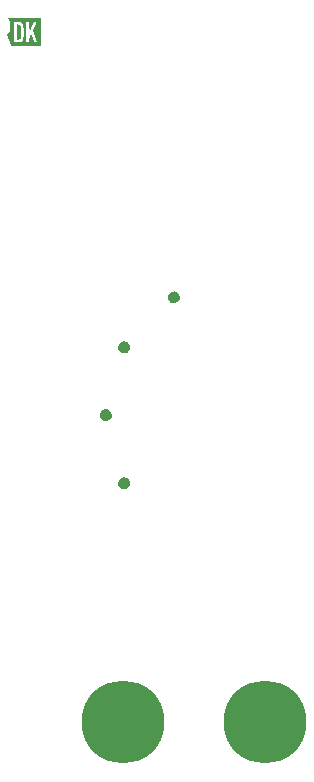
<source format=gts>
%TF.GenerationSoftware,KiCad,Pcbnew,8.99.0-3110-g1838b2656d*%
%TF.CreationDate,2024-11-19T22:29:11+01:00*%
%TF.ProjectId,dmm_sao_front,646d6d5f-7361-46f5-9f66-726f6e742e6b,1.0*%
%TF.SameCoordinates,PX4dbaf29PY3d7cb27*%
%TF.FileFunction,Soldermask,Top*%
%TF.FilePolarity,Negative*%
%FSLAX46Y46*%
G04 Gerber Fmt 4.6, Leading zero omitted, Abs format (unit mm)*
G04 Created by KiCad (PCBNEW 8.99.0-3110-g1838b2656d) date 2024-11-19 22:29:11*
%MOMM*%
%LPD*%
G01*
G04 APERTURE LIST*
%ADD10C,0.000000*%
%ADD11C,7.000000*%
G04 APERTURE END LIST*
D10*
%TO.C,G\u002A\u002A\u002A*%
G36*
X16140661Y-37059306D02*
G01*
X16275730Y-37118951D01*
X16382251Y-37208339D01*
X16457191Y-37323390D01*
X16497518Y-37460023D01*
X16503852Y-37548009D01*
X16484442Y-37687565D01*
X16431029Y-37809361D01*
X16349555Y-37909757D01*
X16245965Y-37985111D01*
X16126202Y-38031784D01*
X15996209Y-38046133D01*
X15861930Y-38024519D01*
X15779579Y-37991684D01*
X15663834Y-37912712D01*
X15577698Y-37810281D01*
X15522504Y-37691614D01*
X15499586Y-37563937D01*
X15510274Y-37434471D01*
X15555902Y-37310442D01*
X15634092Y-37202902D01*
X15750168Y-37109150D01*
X15879392Y-37054065D01*
X16017213Y-37038936D01*
X16140661Y-37059306D01*
G37*
G36*
X8598307Y-4468964D02*
G01*
X8652896Y-4471078D01*
X8695976Y-4477020D01*
X8728911Y-4491312D01*
X8753062Y-4518476D01*
X8769792Y-4563034D01*
X8780462Y-4629509D01*
X8786436Y-4722423D01*
X8789074Y-4846298D01*
X8789739Y-5005655D01*
X8789758Y-5104552D01*
X8789758Y-5643369D01*
X8737760Y-5695366D01*
X8688381Y-5731512D01*
X8625857Y-5746079D01*
X8588805Y-5747364D01*
X8522774Y-5741677D01*
X8485485Y-5726323D01*
X8481587Y-5720626D01*
X8479150Y-5693286D01*
X8477304Y-5629159D01*
X8476090Y-5533821D01*
X8475547Y-5412849D01*
X8475717Y-5271821D01*
X8476640Y-5116314D01*
X8476956Y-5079800D01*
X8482585Y-4465713D01*
X8598307Y-4468964D01*
G37*
G36*
X21934837Y-27099458D02*
G01*
X22046611Y-27155241D01*
X22141680Y-27237100D01*
X22213968Y-27342252D01*
X22257397Y-27467916D01*
X22267386Y-27570453D01*
X22250149Y-27713285D01*
X22197093Y-27835797D01*
X22133911Y-27916105D01*
X22021306Y-28005735D01*
X21892153Y-28061198D01*
X21755137Y-28079815D01*
X21646315Y-28066530D01*
X21527675Y-28017614D01*
X21420510Y-27936419D01*
X21337675Y-27833012D01*
X21329181Y-27818128D01*
X21293082Y-27739642D01*
X21275927Y-27663016D01*
X21272189Y-27577729D01*
X21286864Y-27437111D01*
X21332296Y-27320691D01*
X21412204Y-27220046D01*
X21442232Y-27192715D01*
X21560056Y-27116378D01*
X21685483Y-27077245D01*
X21812436Y-27072532D01*
X21934837Y-27099458D01*
G37*
G36*
X17746863Y-42833200D02*
G01*
X17873136Y-42907743D01*
X17965644Y-43007686D01*
X18023701Y-43131953D01*
X18046621Y-43279469D01*
X18046986Y-43303460D01*
X18027437Y-43448380D01*
X17971322Y-43574274D01*
X17881754Y-43676972D01*
X17761846Y-43752303D01*
X17692742Y-43778026D01*
X17592596Y-43801135D01*
X17504909Y-43801740D01*
X17406780Y-43779695D01*
X17395169Y-43776133D01*
X17268846Y-43717084D01*
X17169405Y-43626177D01*
X17103726Y-43521630D01*
X17072037Y-43449601D01*
X17056257Y-43387344D01*
X17052739Y-43315071D01*
X17055058Y-43257563D01*
X17063542Y-43167556D01*
X17080326Y-43102132D01*
X17110754Y-43043612D01*
X17126963Y-43019566D01*
X17225632Y-42912547D01*
X17344369Y-42838300D01*
X17475935Y-42799002D01*
X17613094Y-42796828D01*
X17746863Y-42833200D01*
G37*
G36*
X17639037Y-31296867D02*
G01*
X17749352Y-31325792D01*
X17848143Y-31385085D01*
X17883520Y-31414874D01*
X17974185Y-31519104D01*
X18027282Y-31637317D01*
X18045893Y-31776600D01*
X18045984Y-31788339D01*
X18026775Y-31932693D01*
X17971613Y-32060453D01*
X17884197Y-32165890D01*
X17768228Y-32243275D01*
X17745719Y-32253320D01*
X17646057Y-32278593D01*
X17528831Y-32284343D01*
X17413909Y-32270894D01*
X17337240Y-32246648D01*
X17249163Y-32190413D01*
X17165766Y-32109638D01*
X17100238Y-32018689D01*
X17072658Y-31958487D01*
X17059661Y-31892499D01*
X17053911Y-31806105D01*
X17055190Y-31744311D01*
X17065974Y-31652758D01*
X17088692Y-31583127D01*
X17126965Y-31519266D01*
X17224481Y-31407783D01*
X17334755Y-31335172D01*
X17462308Y-31298747D01*
X17505055Y-31294445D01*
X17639037Y-31296867D01*
G37*
G36*
X8765524Y-3929716D02*
G01*
X8998670Y-3930316D01*
X9091634Y-3930655D01*
X10473911Y-3936105D01*
X10479387Y-5106539D01*
X10484862Y-6276972D01*
X9247772Y-6276972D01*
X8010682Y-6276972D01*
X7911960Y-5986208D01*
X8238965Y-5986208D01*
X8490350Y-5975854D01*
X8604560Y-5970002D01*
X8686724Y-5962224D01*
X8747162Y-5950680D01*
X8796197Y-5933525D01*
X8834329Y-5914423D01*
X8930749Y-5837539D01*
X8980150Y-5768282D01*
X8995995Y-5739182D01*
X9008335Y-5711600D01*
X9017608Y-5680044D01*
X9024252Y-5639024D01*
X9028706Y-5583050D01*
X9031407Y-5506628D01*
X9032794Y-5404269D01*
X9033305Y-5270482D01*
X9033377Y-5101243D01*
X9033375Y-5097712D01*
X9033300Y-4930812D01*
X9032776Y-4797255D01*
X9031371Y-4695075D01*
X9028647Y-4618776D01*
X9024169Y-4562865D01*
X9017500Y-4521843D01*
X9008205Y-4490217D01*
X8995847Y-4462491D01*
X8980417Y-4433936D01*
X8931524Y-4361561D01*
X8872653Y-4309142D01*
X8796736Y-4273941D01*
X8696707Y-4253216D01*
X8565498Y-4244228D01*
X8488689Y-4243278D01*
X9276997Y-4243278D01*
X9276997Y-5097712D01*
X9277359Y-5284031D01*
X9278392Y-5457077D01*
X9280017Y-5612279D01*
X9282155Y-5745064D01*
X9284726Y-5850862D01*
X9287652Y-5925102D01*
X9290852Y-5963211D01*
X9292072Y-5967221D01*
X9320330Y-5974750D01*
X9375746Y-5977275D01*
X9413881Y-5976047D01*
X9520617Y-5969800D01*
X9531209Y-5694403D01*
X9536733Y-5575247D01*
X9543724Y-5488645D01*
X9553811Y-5424782D01*
X9568626Y-5373843D01*
X9589800Y-5326015D01*
X9593687Y-5318382D01*
X9625005Y-5262274D01*
X9649972Y-5225746D01*
X9659525Y-5217756D01*
X9670844Y-5236672D01*
X9693866Y-5289256D01*
X9726073Y-5369265D01*
X9764952Y-5470455D01*
X9806748Y-5583186D01*
X9849947Y-5700387D01*
X9888960Y-5803886D01*
X9921219Y-5887055D01*
X9944154Y-5943266D01*
X9954962Y-5965653D01*
X9982845Y-5973985D01*
X10038813Y-5977391D01*
X10087049Y-5976245D01*
X10204193Y-5969800D01*
X10004113Y-5452011D01*
X9804033Y-4934223D01*
X9964201Y-4599279D01*
X10016155Y-4490063D01*
X10061075Y-4394539D01*
X10096015Y-4319065D01*
X10118027Y-4270000D01*
X10124370Y-4253807D01*
X10105233Y-4247970D01*
X10055994Y-4244147D01*
X10011026Y-4243278D01*
X9897681Y-4243278D01*
X9719741Y-4633681D01*
X9541801Y-5024084D01*
X9536038Y-4633681D01*
X9530274Y-4243278D01*
X9403636Y-4243278D01*
X9276997Y-4243278D01*
X8488689Y-4243278D01*
X8238965Y-4243278D01*
X8238965Y-5114743D01*
X8238965Y-5986208D01*
X7911960Y-5986208D01*
X7843454Y-5784437D01*
X7676226Y-5291901D01*
X7745583Y-5208845D01*
X7811630Y-5117717D01*
X7813077Y-5114743D01*
X7858463Y-5021434D01*
X7888679Y-4910743D01*
X7904876Y-4776391D01*
X7909627Y-4624595D01*
X7905842Y-4461487D01*
X7891577Y-4330069D01*
X7864491Y-4220452D01*
X7822245Y-4122748D01*
X7771168Y-4039494D01*
X7736021Y-3986226D01*
X7713630Y-3948095D01*
X7709357Y-3937431D01*
X7729956Y-3935410D01*
X7789412Y-3933656D01*
X7884213Y-3932187D01*
X8010850Y-3931020D01*
X8165810Y-3930172D01*
X8345583Y-3929661D01*
X8546658Y-3929503D01*
X8765524Y-3929716D01*
G37*
%TD*%
D11*
%TO.C,REF\u002A\u002A*%
X17493911Y-63526105D03*
%TD*%
%TO.C,REF\u002A\u002A*%
X29493911Y-63526105D03*
%TD*%
M02*

</source>
